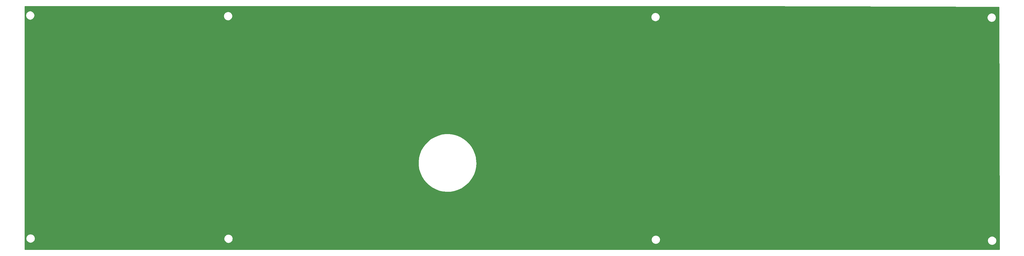
<source format=gbr>
G04 #@! TF.GenerationSoftware,KiCad,Pcbnew,(5.0.2-5-10.14)*
G04 #@! TF.CreationDate,2019-03-02T12:48:45-06:00*
G04 #@! TF.ProjectId,BackPanel,4261636b-5061-46e6-956c-2e6b69636164,rev?*
G04 #@! TF.SameCoordinates,Original*
G04 #@! TF.FileFunction,Copper,L2,Bot*
G04 #@! TF.FilePolarity,Positive*
%FSLAX46Y46*%
G04 Gerber Fmt 4.6, Leading zero omitted, Abs format (unit mm)*
G04 Created by KiCad (PCBNEW (5.0.2-5-10.14)) date Saturday, March 02, 2019 at 12:48:45 PM*
%MOMM*%
%LPD*%
G01*
G04 APERTURE LIST*
G04 #@! TA.AperFunction,ViaPad*
%ADD10C,0.800000*%
G04 #@! TD*
G04 #@! TA.AperFunction,Conductor*
%ADD11C,0.254000*%
G04 #@! TD*
G04 APERTURE END LIST*
D10*
G04 #@! TO.N,VCC*
X171450000Y-113030000D03*
X171450000Y-118110000D03*
X171450000Y-156210000D03*
X171450000Y-161290000D03*
X238760000Y-161290000D03*
X238760000Y-156210000D03*
X238760000Y-118110000D03*
X238760000Y-113030000D03*
X275590000Y-128270000D03*
X275590000Y-135890000D03*
X275590000Y-149860000D03*
X275590000Y-157480000D03*
X311150000Y-157480000D03*
X311150000Y-151130000D03*
X311150000Y-135890000D03*
X311150000Y-128270000D03*
X339090000Y-175260000D03*
X347980000Y-180340000D03*
X356870000Y-180340000D03*
X356870000Y-175260000D03*
X360680000Y-170180000D03*
X340360000Y-165100000D03*
X349250000Y-170180000D03*
X360680000Y-165100000D03*
X360680000Y-154940000D03*
X360680000Y-160020000D03*
X349250000Y-160020000D03*
X340360000Y-154940000D03*
X340360000Y-144780000D03*
X349250000Y-149860000D03*
X360680000Y-149860000D03*
X360680000Y-144780000D03*
X359410000Y-134620000D03*
X359410000Y-139700000D03*
X347980000Y-139700000D03*
X339090000Y-134620000D03*
X339090000Y-124460000D03*
X347980000Y-129540000D03*
X359410000Y-129540000D03*
X359410000Y-124460000D03*
X349250000Y-119380000D03*
X360680000Y-119380000D03*
X360680000Y-114300000D03*
X340360000Y-114300000D03*
X339090000Y-104140000D03*
X347980000Y-109220000D03*
X358140000Y-109220000D03*
X358140000Y-104140000D03*
X247650000Y-148590000D03*
X247650000Y-135890000D03*
X242570000Y-135890000D03*
X242570000Y-157480000D03*
X232410000Y-175260000D03*
X241300000Y-180340000D03*
X219710000Y-180340000D03*
X219710000Y-175260000D03*
X207010000Y-175260000D03*
X207010000Y-180340000D03*
X194310000Y-180340000D03*
X185420000Y-175260000D03*
X176530000Y-175260000D03*
X185420000Y-180340000D03*
X163830000Y-180340000D03*
X163830000Y-175260000D03*
X149860000Y-180340000D03*
X149860000Y-175260000D03*
X130810000Y-175260000D03*
X187960000Y-139700000D03*
X193040000Y-130810000D03*
X193040000Y-119380000D03*
X187960000Y-119380000D03*
X175260000Y-138430000D03*
X180340000Y-129540000D03*
X180340000Y-118110000D03*
X175260000Y-118110000D03*
X124460000Y-156210000D03*
X119380000Y-165100000D03*
X119380000Y-144780000D03*
X124460000Y-144780000D03*
X124460000Y-125730000D03*
X124460000Y-114300000D03*
X119380000Y-114300000D03*
X119380000Y-134620000D03*
X104140000Y-104140000D03*
X104140000Y-109220000D03*
X92710000Y-109220000D03*
X83820000Y-104140000D03*
X83820000Y-114300000D03*
X92710000Y-119380000D03*
X104140000Y-114300000D03*
X104140000Y-119380000D03*
X83820000Y-124460000D03*
X92710000Y-129540000D03*
X104140000Y-129540000D03*
X104140000Y-124460000D03*
X104140000Y-134620000D03*
X104140000Y-139700000D03*
X92710000Y-139700000D03*
X83820000Y-134620000D03*
X83820000Y-144780000D03*
X92710000Y-149860000D03*
X104140000Y-149860000D03*
X104140000Y-144780000D03*
X92710000Y-160020000D03*
X83820000Y-154940000D03*
X104140000Y-154940000D03*
X104140000Y-160020000D03*
X83820000Y-165100000D03*
X92710000Y-170180000D03*
X104140000Y-165100000D03*
X104140000Y-170180000D03*
X83820000Y-175260000D03*
X92710000Y-180340000D03*
X104140000Y-180340000D03*
X104140000Y-175260000D03*
X53340000Y-175260000D03*
X62230000Y-180340000D03*
X73660000Y-180340000D03*
X73660000Y-175260000D03*
X53340000Y-166370000D03*
X62230000Y-171450000D03*
X73660000Y-171450000D03*
X73660000Y-166370000D03*
X73660000Y-162560000D03*
X73660000Y-157480000D03*
X60960000Y-162560000D03*
X54610000Y-157480000D03*
X53340000Y-148590000D03*
X62230000Y-153670000D03*
X73660000Y-153670000D03*
X73660000Y-148590000D03*
X53340000Y-139700000D03*
X62230000Y-144780000D03*
X73660000Y-144780000D03*
X73660000Y-139700000D03*
X73660000Y-135890000D03*
X73660000Y-130810000D03*
X62230000Y-135890000D03*
X53340000Y-130810000D03*
X53340000Y-121920000D03*
X62230000Y-127000000D03*
X73660000Y-127000000D03*
X73660000Y-121920000D03*
X53340000Y-113030000D03*
X62230000Y-118110000D03*
X73660000Y-118110000D03*
X73660000Y-113030000D03*
X53340000Y-104140000D03*
X62230000Y-109220000D03*
X73660000Y-109220000D03*
X73660000Y-104140000D03*
G04 #@! TD*
D11*
G04 #@! TO.N,VCC*
G36*
X370592916Y-101921481D02*
X370713000Y-176563181D01*
X370713000Y-182753000D01*
X80412216Y-182753000D01*
X45847000Y-182674347D01*
X45847000Y-179046710D01*
X46221317Y-179046710D01*
X46337639Y-179631499D01*
X46668895Y-180127260D01*
X47164656Y-180458516D01*
X47749445Y-180574838D01*
X48334234Y-180458516D01*
X48617102Y-180269510D01*
X48647197Y-180256745D01*
X48668246Y-180235337D01*
X48829995Y-180127260D01*
X49161251Y-179631499D01*
X49261193Y-179129054D01*
X112210315Y-179129054D01*
X112325707Y-179709169D01*
X112654316Y-180200966D01*
X113146113Y-180529575D01*
X113726228Y-180644967D01*
X114306343Y-180529575D01*
X114606003Y-180329348D01*
X114652794Y-180306418D01*
X114670665Y-180286142D01*
X114798140Y-180200966D01*
X115126749Y-179709169D01*
X115177652Y-179453258D01*
X254686133Y-179453258D01*
X254801525Y-180033373D01*
X255130134Y-180525170D01*
X255621931Y-180853779D01*
X256202046Y-180969171D01*
X256782161Y-180853779D01*
X257081821Y-180653552D01*
X257128612Y-180630622D01*
X257146483Y-180610346D01*
X257273958Y-180525170D01*
X257602567Y-180033373D01*
X257653742Y-179776094D01*
X366758969Y-179776094D01*
X366875291Y-180360884D01*
X367206548Y-180856644D01*
X367702308Y-181187901D01*
X368287098Y-181304223D01*
X368871888Y-181187901D01*
X369154758Y-180998893D01*
X369184850Y-180986129D01*
X369205897Y-180964723D01*
X369367648Y-180856644D01*
X369698905Y-180360884D01*
X369815227Y-179776094D01*
X369698905Y-179191304D01*
X369367648Y-178695544D01*
X368871888Y-178364287D01*
X368287098Y-178247965D01*
X367702308Y-178364287D01*
X367206548Y-178695544D01*
X367129339Y-178811095D01*
X367109932Y-178826690D01*
X367069021Y-178901366D01*
X366875291Y-179191304D01*
X366758969Y-179776094D01*
X257653742Y-179776094D01*
X257717959Y-179453258D01*
X257602567Y-178873143D01*
X257273958Y-178381346D01*
X256782161Y-178052737D01*
X256202046Y-177937345D01*
X255621931Y-178052737D01*
X255130134Y-178381346D01*
X254801525Y-178873143D01*
X254686133Y-179453258D01*
X115177652Y-179453258D01*
X115242141Y-179129054D01*
X115126749Y-178548939D01*
X114798140Y-178057142D01*
X114306343Y-177728533D01*
X113726228Y-177613141D01*
X113146113Y-177728533D01*
X112654316Y-178057142D01*
X112586515Y-178158613D01*
X112528630Y-178210439D01*
X112469120Y-178334307D01*
X112325707Y-178548939D01*
X112210315Y-179129054D01*
X49261193Y-179129054D01*
X49277573Y-179046710D01*
X49161251Y-178461921D01*
X48829995Y-177966160D01*
X48334234Y-177634904D01*
X47749445Y-177518582D01*
X47164656Y-177634904D01*
X46668895Y-177966160D01*
X46591687Y-178081710D01*
X46572279Y-178097306D01*
X46531365Y-178171988D01*
X46337639Y-178461921D01*
X46221317Y-179046710D01*
X45847000Y-179046710D01*
X45847000Y-153448530D01*
X176998276Y-153448530D01*
X177029820Y-154739233D01*
X177231791Y-156014425D01*
X177600640Y-157251703D01*
X178129886Y-158429330D01*
X178810232Y-159526616D01*
X179629725Y-160524283D01*
X180573967Y-161404803D01*
X181626368Y-162152706D01*
X182768440Y-162754852D01*
X183980117Y-163200662D01*
X185240111Y-163482304D01*
X186526285Y-163594830D01*
X187816044Y-163536262D01*
X189086727Y-163307630D01*
X190316009Y-162912951D01*
X191482294Y-162359158D01*
X192565092Y-161655981D01*
X193398956Y-160941274D01*
X193399714Y-160940936D01*
X193482671Y-160889855D01*
X193558144Y-160828251D01*
X193604781Y-160780589D01*
X194138533Y-160183144D01*
X194143076Y-160177325D01*
X194148251Y-160172045D01*
X194189330Y-160119517D01*
X194272747Y-160002256D01*
X194405929Y-159853300D01*
X195131628Y-158785466D01*
X195709725Y-157631035D01*
X196130062Y-156410287D01*
X196385255Y-155144671D01*
X196470820Y-153856422D01*
X196459191Y-153380599D01*
X196310797Y-152098067D01*
X195994084Y-150846428D01*
X195514615Y-149647672D01*
X194880816Y-148522858D01*
X194103820Y-147491750D01*
X193197278Y-146572462D01*
X192177119Y-145781145D01*
X191061265Y-145131702D01*
X189869319Y-144635543D01*
X188622224Y-144301385D01*
X187341890Y-144135099D01*
X186050810Y-144139605D01*
X184771668Y-144314826D01*
X183526936Y-144657682D01*
X182338483Y-145162151D01*
X181227190Y-145819368D01*
X180212580Y-146617787D01*
X179312479Y-147543382D01*
X178542700Y-148579889D01*
X177916768Y-149709100D01*
X177445680Y-150911175D01*
X177137713Y-152164994D01*
X176998276Y-153448530D01*
X45847000Y-153448530D01*
X45847000Y-104693526D01*
X46101698Y-104693526D01*
X46218020Y-105278315D01*
X46549276Y-105774076D01*
X47045037Y-106105332D01*
X47629826Y-106221654D01*
X48214615Y-106105332D01*
X48497479Y-105916329D01*
X48527578Y-105903562D01*
X48548630Y-105882151D01*
X48710376Y-105774076D01*
X49041632Y-105278315D01*
X49114575Y-104911603D01*
X112090914Y-104911603D01*
X112206306Y-105491718D01*
X112534915Y-105983516D01*
X113026713Y-106312125D01*
X113606828Y-106427517D01*
X114186943Y-106312125D01*
X114459424Y-106130059D01*
X114500505Y-106112666D01*
X114529442Y-106083275D01*
X114678741Y-105983516D01*
X115007350Y-105491718D01*
X115058254Y-105235806D01*
X254566732Y-105235806D01*
X254682124Y-105815921D01*
X255010733Y-106307718D01*
X255502530Y-106636327D01*
X256082645Y-106751719D01*
X256662760Y-106636327D01*
X256935229Y-106454269D01*
X256976320Y-106436872D01*
X257005267Y-106407471D01*
X257154557Y-106307718D01*
X257483166Y-105815921D01*
X257561340Y-105422910D01*
X366639351Y-105422910D01*
X366755673Y-106007699D01*
X367086929Y-106503460D01*
X367582690Y-106834716D01*
X368167479Y-106951038D01*
X368752268Y-106834716D01*
X369035136Y-106645710D01*
X369065231Y-106632945D01*
X369086280Y-106611537D01*
X369248029Y-106503460D01*
X369579285Y-106007699D01*
X369695607Y-105422910D01*
X369579285Y-104838121D01*
X369248029Y-104342360D01*
X368752268Y-104011104D01*
X368167479Y-103894782D01*
X367582690Y-104011104D01*
X367086929Y-104342360D01*
X367009721Y-104457910D01*
X366990313Y-104473506D01*
X366949399Y-104548188D01*
X366755673Y-104838121D01*
X366639351Y-105422910D01*
X257561340Y-105422910D01*
X257598558Y-105235806D01*
X257483166Y-104655691D01*
X257154557Y-104163894D01*
X256662760Y-103835285D01*
X256082645Y-103719893D01*
X255502530Y-103835285D01*
X255010733Y-104163894D01*
X254926316Y-104290232D01*
X254922811Y-104293030D01*
X254915030Y-104307124D01*
X254682124Y-104655691D01*
X254566732Y-105235806D01*
X115058254Y-105235806D01*
X115122742Y-104911603D01*
X115007350Y-104331488D01*
X114678741Y-103839690D01*
X114186943Y-103511081D01*
X113606828Y-103395689D01*
X113026713Y-103511081D01*
X112534915Y-103839690D01*
X112450494Y-103966035D01*
X112446991Y-103968831D01*
X112439215Y-103982915D01*
X112206306Y-104331488D01*
X112090914Y-104911603D01*
X49114575Y-104911603D01*
X49157954Y-104693526D01*
X49041632Y-104108737D01*
X48710376Y-103612976D01*
X48214615Y-103281720D01*
X47629826Y-103165398D01*
X47045037Y-103281720D01*
X46549276Y-103612976D01*
X46472067Y-103728527D01*
X46452662Y-103744121D01*
X46411754Y-103818792D01*
X46218020Y-104108737D01*
X46101698Y-104693526D01*
X45847000Y-104693526D01*
X45847000Y-101727000D01*
X285125480Y-101727000D01*
X370592916Y-101921481D01*
X370592916Y-101921481D01*
G37*
X370592916Y-101921481D02*
X370713000Y-176563181D01*
X370713000Y-182753000D01*
X80412216Y-182753000D01*
X45847000Y-182674347D01*
X45847000Y-179046710D01*
X46221317Y-179046710D01*
X46337639Y-179631499D01*
X46668895Y-180127260D01*
X47164656Y-180458516D01*
X47749445Y-180574838D01*
X48334234Y-180458516D01*
X48617102Y-180269510D01*
X48647197Y-180256745D01*
X48668246Y-180235337D01*
X48829995Y-180127260D01*
X49161251Y-179631499D01*
X49261193Y-179129054D01*
X112210315Y-179129054D01*
X112325707Y-179709169D01*
X112654316Y-180200966D01*
X113146113Y-180529575D01*
X113726228Y-180644967D01*
X114306343Y-180529575D01*
X114606003Y-180329348D01*
X114652794Y-180306418D01*
X114670665Y-180286142D01*
X114798140Y-180200966D01*
X115126749Y-179709169D01*
X115177652Y-179453258D01*
X254686133Y-179453258D01*
X254801525Y-180033373D01*
X255130134Y-180525170D01*
X255621931Y-180853779D01*
X256202046Y-180969171D01*
X256782161Y-180853779D01*
X257081821Y-180653552D01*
X257128612Y-180630622D01*
X257146483Y-180610346D01*
X257273958Y-180525170D01*
X257602567Y-180033373D01*
X257653742Y-179776094D01*
X366758969Y-179776094D01*
X366875291Y-180360884D01*
X367206548Y-180856644D01*
X367702308Y-181187901D01*
X368287098Y-181304223D01*
X368871888Y-181187901D01*
X369154758Y-180998893D01*
X369184850Y-180986129D01*
X369205897Y-180964723D01*
X369367648Y-180856644D01*
X369698905Y-180360884D01*
X369815227Y-179776094D01*
X369698905Y-179191304D01*
X369367648Y-178695544D01*
X368871888Y-178364287D01*
X368287098Y-178247965D01*
X367702308Y-178364287D01*
X367206548Y-178695544D01*
X367129339Y-178811095D01*
X367109932Y-178826690D01*
X367069021Y-178901366D01*
X366875291Y-179191304D01*
X366758969Y-179776094D01*
X257653742Y-179776094D01*
X257717959Y-179453258D01*
X257602567Y-178873143D01*
X257273958Y-178381346D01*
X256782161Y-178052737D01*
X256202046Y-177937345D01*
X255621931Y-178052737D01*
X255130134Y-178381346D01*
X254801525Y-178873143D01*
X254686133Y-179453258D01*
X115177652Y-179453258D01*
X115242141Y-179129054D01*
X115126749Y-178548939D01*
X114798140Y-178057142D01*
X114306343Y-177728533D01*
X113726228Y-177613141D01*
X113146113Y-177728533D01*
X112654316Y-178057142D01*
X112586515Y-178158613D01*
X112528630Y-178210439D01*
X112469120Y-178334307D01*
X112325707Y-178548939D01*
X112210315Y-179129054D01*
X49261193Y-179129054D01*
X49277573Y-179046710D01*
X49161251Y-178461921D01*
X48829995Y-177966160D01*
X48334234Y-177634904D01*
X47749445Y-177518582D01*
X47164656Y-177634904D01*
X46668895Y-177966160D01*
X46591687Y-178081710D01*
X46572279Y-178097306D01*
X46531365Y-178171988D01*
X46337639Y-178461921D01*
X46221317Y-179046710D01*
X45847000Y-179046710D01*
X45847000Y-153448530D01*
X176998276Y-153448530D01*
X177029820Y-154739233D01*
X177231791Y-156014425D01*
X177600640Y-157251703D01*
X178129886Y-158429330D01*
X178810232Y-159526616D01*
X179629725Y-160524283D01*
X180573967Y-161404803D01*
X181626368Y-162152706D01*
X182768440Y-162754852D01*
X183980117Y-163200662D01*
X185240111Y-163482304D01*
X186526285Y-163594830D01*
X187816044Y-163536262D01*
X189086727Y-163307630D01*
X190316009Y-162912951D01*
X191482294Y-162359158D01*
X192565092Y-161655981D01*
X193398956Y-160941274D01*
X193399714Y-160940936D01*
X193482671Y-160889855D01*
X193558144Y-160828251D01*
X193604781Y-160780589D01*
X194138533Y-160183144D01*
X194143076Y-160177325D01*
X194148251Y-160172045D01*
X194189330Y-160119517D01*
X194272747Y-160002256D01*
X194405929Y-159853300D01*
X195131628Y-158785466D01*
X195709725Y-157631035D01*
X196130062Y-156410287D01*
X196385255Y-155144671D01*
X196470820Y-153856422D01*
X196459191Y-153380599D01*
X196310797Y-152098067D01*
X195994084Y-150846428D01*
X195514615Y-149647672D01*
X194880816Y-148522858D01*
X194103820Y-147491750D01*
X193197278Y-146572462D01*
X192177119Y-145781145D01*
X191061265Y-145131702D01*
X189869319Y-144635543D01*
X188622224Y-144301385D01*
X187341890Y-144135099D01*
X186050810Y-144139605D01*
X184771668Y-144314826D01*
X183526936Y-144657682D01*
X182338483Y-145162151D01*
X181227190Y-145819368D01*
X180212580Y-146617787D01*
X179312479Y-147543382D01*
X178542700Y-148579889D01*
X177916768Y-149709100D01*
X177445680Y-150911175D01*
X177137713Y-152164994D01*
X176998276Y-153448530D01*
X45847000Y-153448530D01*
X45847000Y-104693526D01*
X46101698Y-104693526D01*
X46218020Y-105278315D01*
X46549276Y-105774076D01*
X47045037Y-106105332D01*
X47629826Y-106221654D01*
X48214615Y-106105332D01*
X48497479Y-105916329D01*
X48527578Y-105903562D01*
X48548630Y-105882151D01*
X48710376Y-105774076D01*
X49041632Y-105278315D01*
X49114575Y-104911603D01*
X112090914Y-104911603D01*
X112206306Y-105491718D01*
X112534915Y-105983516D01*
X113026713Y-106312125D01*
X113606828Y-106427517D01*
X114186943Y-106312125D01*
X114459424Y-106130059D01*
X114500505Y-106112666D01*
X114529442Y-106083275D01*
X114678741Y-105983516D01*
X115007350Y-105491718D01*
X115058254Y-105235806D01*
X254566732Y-105235806D01*
X254682124Y-105815921D01*
X255010733Y-106307718D01*
X255502530Y-106636327D01*
X256082645Y-106751719D01*
X256662760Y-106636327D01*
X256935229Y-106454269D01*
X256976320Y-106436872D01*
X257005267Y-106407471D01*
X257154557Y-106307718D01*
X257483166Y-105815921D01*
X257561340Y-105422910D01*
X366639351Y-105422910D01*
X366755673Y-106007699D01*
X367086929Y-106503460D01*
X367582690Y-106834716D01*
X368167479Y-106951038D01*
X368752268Y-106834716D01*
X369035136Y-106645710D01*
X369065231Y-106632945D01*
X369086280Y-106611537D01*
X369248029Y-106503460D01*
X369579285Y-106007699D01*
X369695607Y-105422910D01*
X369579285Y-104838121D01*
X369248029Y-104342360D01*
X368752268Y-104011104D01*
X368167479Y-103894782D01*
X367582690Y-104011104D01*
X367086929Y-104342360D01*
X367009721Y-104457910D01*
X366990313Y-104473506D01*
X366949399Y-104548188D01*
X366755673Y-104838121D01*
X366639351Y-105422910D01*
X257561340Y-105422910D01*
X257598558Y-105235806D01*
X257483166Y-104655691D01*
X257154557Y-104163894D01*
X256662760Y-103835285D01*
X256082645Y-103719893D01*
X255502530Y-103835285D01*
X255010733Y-104163894D01*
X254926316Y-104290232D01*
X254922811Y-104293030D01*
X254915030Y-104307124D01*
X254682124Y-104655691D01*
X254566732Y-105235806D01*
X115058254Y-105235806D01*
X115122742Y-104911603D01*
X115007350Y-104331488D01*
X114678741Y-103839690D01*
X114186943Y-103511081D01*
X113606828Y-103395689D01*
X113026713Y-103511081D01*
X112534915Y-103839690D01*
X112450494Y-103966035D01*
X112446991Y-103968831D01*
X112439215Y-103982915D01*
X112206306Y-104331488D01*
X112090914Y-104911603D01*
X49114575Y-104911603D01*
X49157954Y-104693526D01*
X49041632Y-104108737D01*
X48710376Y-103612976D01*
X48214615Y-103281720D01*
X47629826Y-103165398D01*
X47045037Y-103281720D01*
X46549276Y-103612976D01*
X46472067Y-103728527D01*
X46452662Y-103744121D01*
X46411754Y-103818792D01*
X46218020Y-104108737D01*
X46101698Y-104693526D01*
X45847000Y-104693526D01*
X45847000Y-101727000D01*
X285125480Y-101727000D01*
X370592916Y-101921481D01*
G04 #@! TD*
M02*

</source>
